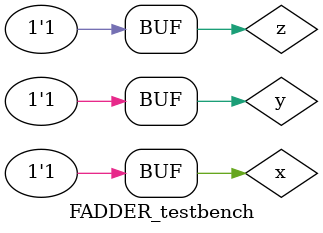
<source format=v>
module FADDER_testbench;
	reg x,y,z;
	wire s,c;
	FADDER f1(s,c,x,y,z);
	initial
	begin
		$monitor($time, " s=%b c=%b x=%b y=%b z=%b", s,c,x,y,z);
		#0 x=1'b0;y=1'b0;z=1'b0;
		#4 x=1'b1;y=1'b0;z=1'b0;
		#4 x=1'b0;y=1'b1;z=1'b0;
		#4 x=1'b1;y=1'b1;z=1'b0;
		#4 x=1'b0;y=1'b0;z=1'b1;
		#4 x=1'b1;y=1'b0;z=1'b1;
		#4 x=1'b0;y=1'b1;z=1'b1;
		#4 x=1'b1;y=1'b1;z=1'b1;
	end
endmodule 
</source>
